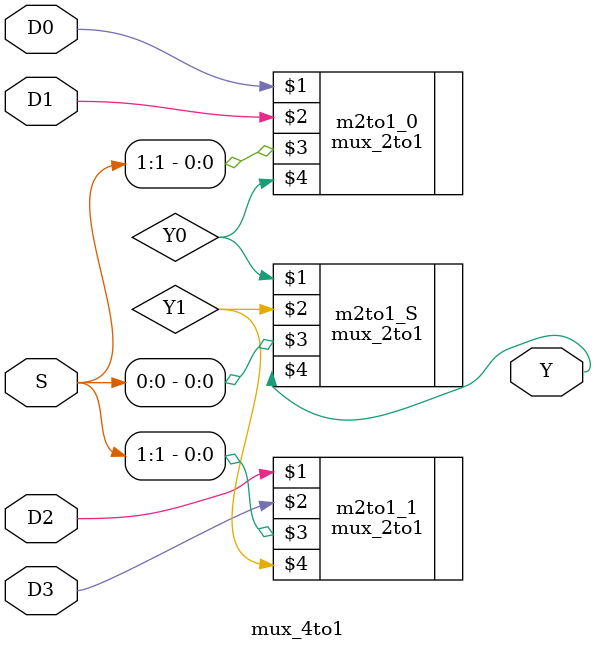
<source format=sv>
module mux_4to1 (D0, D1, D2, D3, S, Y);

	input logic D0;
	input logic D1;
	input logic D2;
	input logic D3;
	input [1:0] S;
	
	output logic Y;
	
	wire Y0;
	wire Y1;
	
	mux_2to1 m2to1_0 (D0, D1, S[1], Y0);
	mux_2to1 m2to1_1 (D2, D3, S[1], Y1);
	
	mux_2to1 m2to1_S (Y0, Y1, S[0], Y);
	
endmodule
</source>
